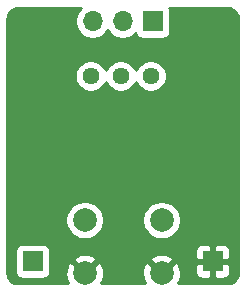
<source format=gbr>
%TF.GenerationSoftware,KiCad,Pcbnew,(5.1.10-1-10_14)*%
%TF.CreationDate,2021-09-09T23:45:50-04:00*%
%TF.ProjectId,breadboard-clock,62726561-6462-46f6-9172-642d636c6f63,rev?*%
%TF.SameCoordinates,Original*%
%TF.FileFunction,Copper,L2,Bot*%
%TF.FilePolarity,Positive*%
%FSLAX46Y46*%
G04 Gerber Fmt 4.6, Leading zero omitted, Abs format (unit mm)*
G04 Created by KiCad (PCBNEW (5.1.10-1-10_14)) date 2021-09-09 23:45:50*
%MOMM*%
%LPD*%
G01*
G04 APERTURE LIST*
%TA.AperFunction,ComponentPad*%
%ADD10C,2.000000*%
%TD*%
%TA.AperFunction,ComponentPad*%
%ADD11R,1.700000X1.700000*%
%TD*%
%TA.AperFunction,ComponentPad*%
%ADD12O,1.700000X1.700000*%
%TD*%
%TA.AperFunction,ComponentPad*%
%ADD13C,1.440000*%
%TD*%
%TA.AperFunction,ViaPad*%
%ADD14C,0.800000*%
%TD*%
%TA.AperFunction,Conductor*%
%ADD15C,0.254000*%
%TD*%
%TA.AperFunction,Conductor*%
%ADD16C,0.100000*%
%TD*%
G04 APERTURE END LIST*
D10*
%TO.P,SW1,1*%
%TO.N,GND*%
X207622000Y-98044000D03*
%TO.P,SW1,2*%
%TO.N,Net-(R1-Pad2)*%
X207622000Y-93544000D03*
%TO.P,SW1,1*%
%TO.N,GND*%
X214122000Y-98044000D03*
%TO.P,SW1,2*%
%TO.N,Net-(R1-Pad2)*%
X214122000Y-93544000D03*
%TD*%
D11*
%TO.P,J4,1*%
%TO.N,GND*%
X218440000Y-97028000D03*
%TD*%
%TO.P,J3,1*%
%TO.N,VCC*%
X203200000Y-97028000D03*
%TD*%
D12*
%TO.P,J2,3*%
%TO.N,Net-(J2-Pad3)*%
X208280000Y-76708000D03*
%TO.P,J2,2*%
%TO.N,CLOCK*%
X210820000Y-76708000D03*
D11*
%TO.P,J2,1*%
%TO.N,Net-(J2-Pad1)*%
X213360000Y-76708000D03*
%TD*%
D13*
%TO.P,RV2,3*%
%TO.N,Net-(RV2-Pad3)*%
X208130000Y-81350000D03*
%TO.P,RV2,2*%
%TO.N,VCC*%
X210670000Y-81350000D03*
%TO.P,RV2,1*%
%TO.N,Net-(C2-Pad1)*%
X213210000Y-81350000D03*
%TD*%
D14*
%TO.N,GND*%
X219620000Y-87620000D03*
X202820000Y-88510000D03*
%TD*%
D15*
%TO.N,GND*%
X207126525Y-75761368D02*
X206964010Y-76004589D01*
X206852068Y-76274842D01*
X206795000Y-76561740D01*
X206795000Y-76854260D01*
X206852068Y-77141158D01*
X206964010Y-77411411D01*
X207126525Y-77654632D01*
X207333368Y-77861475D01*
X207576589Y-78023990D01*
X207846842Y-78135932D01*
X208133740Y-78193000D01*
X208426260Y-78193000D01*
X208713158Y-78135932D01*
X208983411Y-78023990D01*
X209226632Y-77861475D01*
X209433475Y-77654632D01*
X209550000Y-77480240D01*
X209666525Y-77654632D01*
X209873368Y-77861475D01*
X210116589Y-78023990D01*
X210386842Y-78135932D01*
X210673740Y-78193000D01*
X210966260Y-78193000D01*
X211253158Y-78135932D01*
X211523411Y-78023990D01*
X211766632Y-77861475D01*
X211898487Y-77729620D01*
X211920498Y-77802180D01*
X211979463Y-77912494D01*
X212058815Y-78009185D01*
X212155506Y-78088537D01*
X212265820Y-78147502D01*
X212385518Y-78183812D01*
X212510000Y-78196072D01*
X214210000Y-78196072D01*
X214334482Y-78183812D01*
X214454180Y-78147502D01*
X214564494Y-78088537D01*
X214661185Y-78009185D01*
X214740537Y-77912494D01*
X214799502Y-77802180D01*
X214835812Y-77682482D01*
X214848072Y-77558000D01*
X214848072Y-75858000D01*
X214835812Y-75733518D01*
X214799502Y-75613820D01*
X214786770Y-75590000D01*
X219677723Y-75590000D01*
X219877200Y-75609559D01*
X220038041Y-75658120D01*
X220186378Y-75736992D01*
X220316574Y-75843176D01*
X220423664Y-75972626D01*
X220503572Y-76120414D01*
X220553252Y-76280902D01*
X220574001Y-76478316D01*
X220574000Y-98011723D01*
X220554441Y-98211204D01*
X220505881Y-98372040D01*
X220427008Y-98520378D01*
X220320822Y-98650575D01*
X220191372Y-98757665D01*
X220043586Y-98837572D01*
X219883094Y-98887253D01*
X219685695Y-98908000D01*
X215510892Y-98908000D01*
X215521814Y-98904044D01*
X215662704Y-98614429D01*
X215744384Y-98302892D01*
X215763718Y-97981405D01*
X215749538Y-97878000D01*
X216951928Y-97878000D01*
X216964188Y-98002482D01*
X217000498Y-98122180D01*
X217059463Y-98232494D01*
X217138815Y-98329185D01*
X217235506Y-98408537D01*
X217345820Y-98467502D01*
X217465518Y-98503812D01*
X217590000Y-98516072D01*
X218154250Y-98513000D01*
X218313000Y-98354250D01*
X218313000Y-97155000D01*
X218567000Y-97155000D01*
X218567000Y-98354250D01*
X218725750Y-98513000D01*
X219290000Y-98516072D01*
X219414482Y-98503812D01*
X219534180Y-98467502D01*
X219644494Y-98408537D01*
X219741185Y-98329185D01*
X219820537Y-98232494D01*
X219879502Y-98122180D01*
X219915812Y-98002482D01*
X219928072Y-97878000D01*
X219925000Y-97313750D01*
X219766250Y-97155000D01*
X218567000Y-97155000D01*
X218313000Y-97155000D01*
X217113750Y-97155000D01*
X216955000Y-97313750D01*
X216951928Y-97878000D01*
X215749538Y-97878000D01*
X215719961Y-97662325D01*
X215614795Y-97357912D01*
X215521814Y-97183956D01*
X215257413Y-97088192D01*
X214301605Y-98044000D01*
X214315748Y-98058143D01*
X214136143Y-98237748D01*
X214122000Y-98223605D01*
X214107858Y-98237748D01*
X213928253Y-98058143D01*
X213942395Y-98044000D01*
X212986587Y-97088192D01*
X212722186Y-97183956D01*
X212581296Y-97473571D01*
X212499616Y-97785108D01*
X212480282Y-98106595D01*
X212524039Y-98425675D01*
X212629205Y-98730088D01*
X212722186Y-98904044D01*
X212733108Y-98908000D01*
X209010892Y-98908000D01*
X209021814Y-98904044D01*
X209162704Y-98614429D01*
X209244384Y-98302892D01*
X209263718Y-97981405D01*
X209219961Y-97662325D01*
X209114795Y-97357912D01*
X209021814Y-97183956D01*
X208757413Y-97088192D01*
X207801605Y-98044000D01*
X207815748Y-98058143D01*
X207636143Y-98237748D01*
X207622000Y-98223605D01*
X207607858Y-98237748D01*
X207428253Y-98058143D01*
X207442395Y-98044000D01*
X206486587Y-97088192D01*
X206222186Y-97183956D01*
X206081296Y-97473571D01*
X205999616Y-97785108D01*
X205980282Y-98106595D01*
X206024039Y-98425675D01*
X206129205Y-98730088D01*
X206222186Y-98904044D01*
X206233108Y-98908000D01*
X201962277Y-98908000D01*
X201762796Y-98888441D01*
X201601960Y-98839881D01*
X201453622Y-98761008D01*
X201323425Y-98654822D01*
X201216335Y-98525372D01*
X201136428Y-98377586D01*
X201086747Y-98217094D01*
X201066000Y-98019695D01*
X201066000Y-96178000D01*
X201711928Y-96178000D01*
X201711928Y-97878000D01*
X201724188Y-98002482D01*
X201760498Y-98122180D01*
X201819463Y-98232494D01*
X201898815Y-98329185D01*
X201995506Y-98408537D01*
X202105820Y-98467502D01*
X202225518Y-98503812D01*
X202350000Y-98516072D01*
X204050000Y-98516072D01*
X204174482Y-98503812D01*
X204294180Y-98467502D01*
X204404494Y-98408537D01*
X204501185Y-98329185D01*
X204580537Y-98232494D01*
X204639502Y-98122180D01*
X204675812Y-98002482D01*
X204688072Y-97878000D01*
X204688072Y-96908587D01*
X206666192Y-96908587D01*
X207622000Y-97864395D01*
X208577808Y-96908587D01*
X213166192Y-96908587D01*
X214122000Y-97864395D01*
X215077808Y-96908587D01*
X214982044Y-96644186D01*
X214692429Y-96503296D01*
X214380892Y-96421616D01*
X214059405Y-96402282D01*
X213740325Y-96446039D01*
X213435912Y-96551205D01*
X213261956Y-96644186D01*
X213166192Y-96908587D01*
X208577808Y-96908587D01*
X208482044Y-96644186D01*
X208192429Y-96503296D01*
X207880892Y-96421616D01*
X207559405Y-96402282D01*
X207240325Y-96446039D01*
X206935912Y-96551205D01*
X206761956Y-96644186D01*
X206666192Y-96908587D01*
X204688072Y-96908587D01*
X204688072Y-96178000D01*
X216951928Y-96178000D01*
X216955000Y-96742250D01*
X217113750Y-96901000D01*
X218313000Y-96901000D01*
X218313000Y-95701750D01*
X218567000Y-95701750D01*
X218567000Y-96901000D01*
X219766250Y-96901000D01*
X219925000Y-96742250D01*
X219928072Y-96178000D01*
X219915812Y-96053518D01*
X219879502Y-95933820D01*
X219820537Y-95823506D01*
X219741185Y-95726815D01*
X219644494Y-95647463D01*
X219534180Y-95588498D01*
X219414482Y-95552188D01*
X219290000Y-95539928D01*
X218725750Y-95543000D01*
X218567000Y-95701750D01*
X218313000Y-95701750D01*
X218154250Y-95543000D01*
X217590000Y-95539928D01*
X217465518Y-95552188D01*
X217345820Y-95588498D01*
X217235506Y-95647463D01*
X217138815Y-95726815D01*
X217059463Y-95823506D01*
X217000498Y-95933820D01*
X216964188Y-96053518D01*
X216951928Y-96178000D01*
X204688072Y-96178000D01*
X204675812Y-96053518D01*
X204639502Y-95933820D01*
X204580537Y-95823506D01*
X204501185Y-95726815D01*
X204404494Y-95647463D01*
X204294180Y-95588498D01*
X204174482Y-95552188D01*
X204050000Y-95539928D01*
X202350000Y-95539928D01*
X202225518Y-95552188D01*
X202105820Y-95588498D01*
X201995506Y-95647463D01*
X201898815Y-95726815D01*
X201819463Y-95823506D01*
X201760498Y-95933820D01*
X201724188Y-96053518D01*
X201711928Y-96178000D01*
X201066000Y-96178000D01*
X201066000Y-93382967D01*
X205987000Y-93382967D01*
X205987000Y-93705033D01*
X206049832Y-94020912D01*
X206173082Y-94318463D01*
X206352013Y-94586252D01*
X206579748Y-94813987D01*
X206847537Y-94992918D01*
X207145088Y-95116168D01*
X207460967Y-95179000D01*
X207783033Y-95179000D01*
X208098912Y-95116168D01*
X208396463Y-94992918D01*
X208664252Y-94813987D01*
X208891987Y-94586252D01*
X209070918Y-94318463D01*
X209194168Y-94020912D01*
X209257000Y-93705033D01*
X209257000Y-93382967D01*
X212487000Y-93382967D01*
X212487000Y-93705033D01*
X212549832Y-94020912D01*
X212673082Y-94318463D01*
X212852013Y-94586252D01*
X213079748Y-94813987D01*
X213347537Y-94992918D01*
X213645088Y-95116168D01*
X213960967Y-95179000D01*
X214283033Y-95179000D01*
X214598912Y-95116168D01*
X214896463Y-94992918D01*
X215164252Y-94813987D01*
X215391987Y-94586252D01*
X215570918Y-94318463D01*
X215694168Y-94020912D01*
X215757000Y-93705033D01*
X215757000Y-93382967D01*
X215694168Y-93067088D01*
X215570918Y-92769537D01*
X215391987Y-92501748D01*
X215164252Y-92274013D01*
X214896463Y-92095082D01*
X214598912Y-91971832D01*
X214283033Y-91909000D01*
X213960967Y-91909000D01*
X213645088Y-91971832D01*
X213347537Y-92095082D01*
X213079748Y-92274013D01*
X212852013Y-92501748D01*
X212673082Y-92769537D01*
X212549832Y-93067088D01*
X212487000Y-93382967D01*
X209257000Y-93382967D01*
X209194168Y-93067088D01*
X209070918Y-92769537D01*
X208891987Y-92501748D01*
X208664252Y-92274013D01*
X208396463Y-92095082D01*
X208098912Y-91971832D01*
X207783033Y-91909000D01*
X207460967Y-91909000D01*
X207145088Y-91971832D01*
X206847537Y-92095082D01*
X206579748Y-92274013D01*
X206352013Y-92501748D01*
X206173082Y-92769537D01*
X206049832Y-93067088D01*
X205987000Y-93382967D01*
X201066000Y-93382967D01*
X201066000Y-81216544D01*
X206775000Y-81216544D01*
X206775000Y-81483456D01*
X206827072Y-81745239D01*
X206929215Y-81991833D01*
X207077503Y-82213762D01*
X207266238Y-82402497D01*
X207488167Y-82550785D01*
X207734761Y-82652928D01*
X207996544Y-82705000D01*
X208263456Y-82705000D01*
X208525239Y-82652928D01*
X208771833Y-82550785D01*
X208993762Y-82402497D01*
X209182497Y-82213762D01*
X209330785Y-81991833D01*
X209400000Y-81824734D01*
X209469215Y-81991833D01*
X209617503Y-82213762D01*
X209806238Y-82402497D01*
X210028167Y-82550785D01*
X210274761Y-82652928D01*
X210536544Y-82705000D01*
X210803456Y-82705000D01*
X211065239Y-82652928D01*
X211311833Y-82550785D01*
X211533762Y-82402497D01*
X211722497Y-82213762D01*
X211870785Y-81991833D01*
X211940000Y-81824734D01*
X212009215Y-81991833D01*
X212157503Y-82213762D01*
X212346238Y-82402497D01*
X212568167Y-82550785D01*
X212814761Y-82652928D01*
X213076544Y-82705000D01*
X213343456Y-82705000D01*
X213605239Y-82652928D01*
X213851833Y-82550785D01*
X214073762Y-82402497D01*
X214262497Y-82213762D01*
X214410785Y-81991833D01*
X214512928Y-81745239D01*
X214565000Y-81483456D01*
X214565000Y-81216544D01*
X214512928Y-80954761D01*
X214410785Y-80708167D01*
X214262497Y-80486238D01*
X214073762Y-80297503D01*
X213851833Y-80149215D01*
X213605239Y-80047072D01*
X213343456Y-79995000D01*
X213076544Y-79995000D01*
X212814761Y-80047072D01*
X212568167Y-80149215D01*
X212346238Y-80297503D01*
X212157503Y-80486238D01*
X212009215Y-80708167D01*
X211940000Y-80875266D01*
X211870785Y-80708167D01*
X211722497Y-80486238D01*
X211533762Y-80297503D01*
X211311833Y-80149215D01*
X211065239Y-80047072D01*
X210803456Y-79995000D01*
X210536544Y-79995000D01*
X210274761Y-80047072D01*
X210028167Y-80149215D01*
X209806238Y-80297503D01*
X209617503Y-80486238D01*
X209469215Y-80708167D01*
X209400000Y-80875266D01*
X209330785Y-80708167D01*
X209182497Y-80486238D01*
X208993762Y-80297503D01*
X208771833Y-80149215D01*
X208525239Y-80047072D01*
X208263456Y-79995000D01*
X207996544Y-79995000D01*
X207734761Y-80047072D01*
X207488167Y-80149215D01*
X207266238Y-80297503D01*
X207077503Y-80486238D01*
X206929215Y-80708167D01*
X206827072Y-80954761D01*
X206775000Y-81216544D01*
X201066000Y-81216544D01*
X201066000Y-76486277D01*
X201085559Y-76286800D01*
X201134120Y-76125959D01*
X201212992Y-75977622D01*
X201319176Y-75847426D01*
X201448626Y-75740336D01*
X201596414Y-75660428D01*
X201756902Y-75610748D01*
X201954306Y-75590000D01*
X207297893Y-75590000D01*
X207126525Y-75761368D01*
%TA.AperFunction,Conductor*%
D16*
G36*
X207126525Y-75761368D02*
G01*
X206964010Y-76004589D01*
X206852068Y-76274842D01*
X206795000Y-76561740D01*
X206795000Y-76854260D01*
X206852068Y-77141158D01*
X206964010Y-77411411D01*
X207126525Y-77654632D01*
X207333368Y-77861475D01*
X207576589Y-78023990D01*
X207846842Y-78135932D01*
X208133740Y-78193000D01*
X208426260Y-78193000D01*
X208713158Y-78135932D01*
X208983411Y-78023990D01*
X209226632Y-77861475D01*
X209433475Y-77654632D01*
X209550000Y-77480240D01*
X209666525Y-77654632D01*
X209873368Y-77861475D01*
X210116589Y-78023990D01*
X210386842Y-78135932D01*
X210673740Y-78193000D01*
X210966260Y-78193000D01*
X211253158Y-78135932D01*
X211523411Y-78023990D01*
X211766632Y-77861475D01*
X211898487Y-77729620D01*
X211920498Y-77802180D01*
X211979463Y-77912494D01*
X212058815Y-78009185D01*
X212155506Y-78088537D01*
X212265820Y-78147502D01*
X212385518Y-78183812D01*
X212510000Y-78196072D01*
X214210000Y-78196072D01*
X214334482Y-78183812D01*
X214454180Y-78147502D01*
X214564494Y-78088537D01*
X214661185Y-78009185D01*
X214740537Y-77912494D01*
X214799502Y-77802180D01*
X214835812Y-77682482D01*
X214848072Y-77558000D01*
X214848072Y-75858000D01*
X214835812Y-75733518D01*
X214799502Y-75613820D01*
X214786770Y-75590000D01*
X219677723Y-75590000D01*
X219877200Y-75609559D01*
X220038041Y-75658120D01*
X220186378Y-75736992D01*
X220316574Y-75843176D01*
X220423664Y-75972626D01*
X220503572Y-76120414D01*
X220553252Y-76280902D01*
X220574001Y-76478316D01*
X220574000Y-98011723D01*
X220554441Y-98211204D01*
X220505881Y-98372040D01*
X220427008Y-98520378D01*
X220320822Y-98650575D01*
X220191372Y-98757665D01*
X220043586Y-98837572D01*
X219883094Y-98887253D01*
X219685695Y-98908000D01*
X215510892Y-98908000D01*
X215521814Y-98904044D01*
X215662704Y-98614429D01*
X215744384Y-98302892D01*
X215763718Y-97981405D01*
X215749538Y-97878000D01*
X216951928Y-97878000D01*
X216964188Y-98002482D01*
X217000498Y-98122180D01*
X217059463Y-98232494D01*
X217138815Y-98329185D01*
X217235506Y-98408537D01*
X217345820Y-98467502D01*
X217465518Y-98503812D01*
X217590000Y-98516072D01*
X218154250Y-98513000D01*
X218313000Y-98354250D01*
X218313000Y-97155000D01*
X218567000Y-97155000D01*
X218567000Y-98354250D01*
X218725750Y-98513000D01*
X219290000Y-98516072D01*
X219414482Y-98503812D01*
X219534180Y-98467502D01*
X219644494Y-98408537D01*
X219741185Y-98329185D01*
X219820537Y-98232494D01*
X219879502Y-98122180D01*
X219915812Y-98002482D01*
X219928072Y-97878000D01*
X219925000Y-97313750D01*
X219766250Y-97155000D01*
X218567000Y-97155000D01*
X218313000Y-97155000D01*
X217113750Y-97155000D01*
X216955000Y-97313750D01*
X216951928Y-97878000D01*
X215749538Y-97878000D01*
X215719961Y-97662325D01*
X215614795Y-97357912D01*
X215521814Y-97183956D01*
X215257413Y-97088192D01*
X214301605Y-98044000D01*
X214315748Y-98058143D01*
X214136143Y-98237748D01*
X214122000Y-98223605D01*
X214107858Y-98237748D01*
X213928253Y-98058143D01*
X213942395Y-98044000D01*
X212986587Y-97088192D01*
X212722186Y-97183956D01*
X212581296Y-97473571D01*
X212499616Y-97785108D01*
X212480282Y-98106595D01*
X212524039Y-98425675D01*
X212629205Y-98730088D01*
X212722186Y-98904044D01*
X212733108Y-98908000D01*
X209010892Y-98908000D01*
X209021814Y-98904044D01*
X209162704Y-98614429D01*
X209244384Y-98302892D01*
X209263718Y-97981405D01*
X209219961Y-97662325D01*
X209114795Y-97357912D01*
X209021814Y-97183956D01*
X208757413Y-97088192D01*
X207801605Y-98044000D01*
X207815748Y-98058143D01*
X207636143Y-98237748D01*
X207622000Y-98223605D01*
X207607858Y-98237748D01*
X207428253Y-98058143D01*
X207442395Y-98044000D01*
X206486587Y-97088192D01*
X206222186Y-97183956D01*
X206081296Y-97473571D01*
X205999616Y-97785108D01*
X205980282Y-98106595D01*
X206024039Y-98425675D01*
X206129205Y-98730088D01*
X206222186Y-98904044D01*
X206233108Y-98908000D01*
X201962277Y-98908000D01*
X201762796Y-98888441D01*
X201601960Y-98839881D01*
X201453622Y-98761008D01*
X201323425Y-98654822D01*
X201216335Y-98525372D01*
X201136428Y-98377586D01*
X201086747Y-98217094D01*
X201066000Y-98019695D01*
X201066000Y-96178000D01*
X201711928Y-96178000D01*
X201711928Y-97878000D01*
X201724188Y-98002482D01*
X201760498Y-98122180D01*
X201819463Y-98232494D01*
X201898815Y-98329185D01*
X201995506Y-98408537D01*
X202105820Y-98467502D01*
X202225518Y-98503812D01*
X202350000Y-98516072D01*
X204050000Y-98516072D01*
X204174482Y-98503812D01*
X204294180Y-98467502D01*
X204404494Y-98408537D01*
X204501185Y-98329185D01*
X204580537Y-98232494D01*
X204639502Y-98122180D01*
X204675812Y-98002482D01*
X204688072Y-97878000D01*
X204688072Y-96908587D01*
X206666192Y-96908587D01*
X207622000Y-97864395D01*
X208577808Y-96908587D01*
X213166192Y-96908587D01*
X214122000Y-97864395D01*
X215077808Y-96908587D01*
X214982044Y-96644186D01*
X214692429Y-96503296D01*
X214380892Y-96421616D01*
X214059405Y-96402282D01*
X213740325Y-96446039D01*
X213435912Y-96551205D01*
X213261956Y-96644186D01*
X213166192Y-96908587D01*
X208577808Y-96908587D01*
X208482044Y-96644186D01*
X208192429Y-96503296D01*
X207880892Y-96421616D01*
X207559405Y-96402282D01*
X207240325Y-96446039D01*
X206935912Y-96551205D01*
X206761956Y-96644186D01*
X206666192Y-96908587D01*
X204688072Y-96908587D01*
X204688072Y-96178000D01*
X216951928Y-96178000D01*
X216955000Y-96742250D01*
X217113750Y-96901000D01*
X218313000Y-96901000D01*
X218313000Y-95701750D01*
X218567000Y-95701750D01*
X218567000Y-96901000D01*
X219766250Y-96901000D01*
X219925000Y-96742250D01*
X219928072Y-96178000D01*
X219915812Y-96053518D01*
X219879502Y-95933820D01*
X219820537Y-95823506D01*
X219741185Y-95726815D01*
X219644494Y-95647463D01*
X219534180Y-95588498D01*
X219414482Y-95552188D01*
X219290000Y-95539928D01*
X218725750Y-95543000D01*
X218567000Y-95701750D01*
X218313000Y-95701750D01*
X218154250Y-95543000D01*
X217590000Y-95539928D01*
X217465518Y-95552188D01*
X217345820Y-95588498D01*
X217235506Y-95647463D01*
X217138815Y-95726815D01*
X217059463Y-95823506D01*
X217000498Y-95933820D01*
X216964188Y-96053518D01*
X216951928Y-96178000D01*
X204688072Y-96178000D01*
X204675812Y-96053518D01*
X204639502Y-95933820D01*
X204580537Y-95823506D01*
X204501185Y-95726815D01*
X204404494Y-95647463D01*
X204294180Y-95588498D01*
X204174482Y-95552188D01*
X204050000Y-95539928D01*
X202350000Y-95539928D01*
X202225518Y-95552188D01*
X202105820Y-95588498D01*
X201995506Y-95647463D01*
X201898815Y-95726815D01*
X201819463Y-95823506D01*
X201760498Y-95933820D01*
X201724188Y-96053518D01*
X201711928Y-96178000D01*
X201066000Y-96178000D01*
X201066000Y-93382967D01*
X205987000Y-93382967D01*
X205987000Y-93705033D01*
X206049832Y-94020912D01*
X206173082Y-94318463D01*
X206352013Y-94586252D01*
X206579748Y-94813987D01*
X206847537Y-94992918D01*
X207145088Y-95116168D01*
X207460967Y-95179000D01*
X207783033Y-95179000D01*
X208098912Y-95116168D01*
X208396463Y-94992918D01*
X208664252Y-94813987D01*
X208891987Y-94586252D01*
X209070918Y-94318463D01*
X209194168Y-94020912D01*
X209257000Y-93705033D01*
X209257000Y-93382967D01*
X212487000Y-93382967D01*
X212487000Y-93705033D01*
X212549832Y-94020912D01*
X212673082Y-94318463D01*
X212852013Y-94586252D01*
X213079748Y-94813987D01*
X213347537Y-94992918D01*
X213645088Y-95116168D01*
X213960967Y-95179000D01*
X214283033Y-95179000D01*
X214598912Y-95116168D01*
X214896463Y-94992918D01*
X215164252Y-94813987D01*
X215391987Y-94586252D01*
X215570918Y-94318463D01*
X215694168Y-94020912D01*
X215757000Y-93705033D01*
X215757000Y-93382967D01*
X215694168Y-93067088D01*
X215570918Y-92769537D01*
X215391987Y-92501748D01*
X215164252Y-92274013D01*
X214896463Y-92095082D01*
X214598912Y-91971832D01*
X214283033Y-91909000D01*
X213960967Y-91909000D01*
X213645088Y-91971832D01*
X213347537Y-92095082D01*
X213079748Y-92274013D01*
X212852013Y-92501748D01*
X212673082Y-92769537D01*
X212549832Y-93067088D01*
X212487000Y-93382967D01*
X209257000Y-93382967D01*
X209194168Y-93067088D01*
X209070918Y-92769537D01*
X208891987Y-92501748D01*
X208664252Y-92274013D01*
X208396463Y-92095082D01*
X208098912Y-91971832D01*
X207783033Y-91909000D01*
X207460967Y-91909000D01*
X207145088Y-91971832D01*
X206847537Y-92095082D01*
X206579748Y-92274013D01*
X206352013Y-92501748D01*
X206173082Y-92769537D01*
X206049832Y-93067088D01*
X205987000Y-93382967D01*
X201066000Y-93382967D01*
X201066000Y-81216544D01*
X206775000Y-81216544D01*
X206775000Y-81483456D01*
X206827072Y-81745239D01*
X206929215Y-81991833D01*
X207077503Y-82213762D01*
X207266238Y-82402497D01*
X207488167Y-82550785D01*
X207734761Y-82652928D01*
X207996544Y-82705000D01*
X208263456Y-82705000D01*
X208525239Y-82652928D01*
X208771833Y-82550785D01*
X208993762Y-82402497D01*
X209182497Y-82213762D01*
X209330785Y-81991833D01*
X209400000Y-81824734D01*
X209469215Y-81991833D01*
X209617503Y-82213762D01*
X209806238Y-82402497D01*
X210028167Y-82550785D01*
X210274761Y-82652928D01*
X210536544Y-82705000D01*
X210803456Y-82705000D01*
X211065239Y-82652928D01*
X211311833Y-82550785D01*
X211533762Y-82402497D01*
X211722497Y-82213762D01*
X211870785Y-81991833D01*
X211940000Y-81824734D01*
X212009215Y-81991833D01*
X212157503Y-82213762D01*
X212346238Y-82402497D01*
X212568167Y-82550785D01*
X212814761Y-82652928D01*
X213076544Y-82705000D01*
X213343456Y-82705000D01*
X213605239Y-82652928D01*
X213851833Y-82550785D01*
X214073762Y-82402497D01*
X214262497Y-82213762D01*
X214410785Y-81991833D01*
X214512928Y-81745239D01*
X214565000Y-81483456D01*
X214565000Y-81216544D01*
X214512928Y-80954761D01*
X214410785Y-80708167D01*
X214262497Y-80486238D01*
X214073762Y-80297503D01*
X213851833Y-80149215D01*
X213605239Y-80047072D01*
X213343456Y-79995000D01*
X213076544Y-79995000D01*
X212814761Y-80047072D01*
X212568167Y-80149215D01*
X212346238Y-80297503D01*
X212157503Y-80486238D01*
X212009215Y-80708167D01*
X211940000Y-80875266D01*
X211870785Y-80708167D01*
X211722497Y-80486238D01*
X211533762Y-80297503D01*
X211311833Y-80149215D01*
X211065239Y-80047072D01*
X210803456Y-79995000D01*
X210536544Y-79995000D01*
X210274761Y-80047072D01*
X210028167Y-80149215D01*
X209806238Y-80297503D01*
X209617503Y-80486238D01*
X209469215Y-80708167D01*
X209400000Y-80875266D01*
X209330785Y-80708167D01*
X209182497Y-80486238D01*
X208993762Y-80297503D01*
X208771833Y-80149215D01*
X208525239Y-80047072D01*
X208263456Y-79995000D01*
X207996544Y-79995000D01*
X207734761Y-80047072D01*
X207488167Y-80149215D01*
X207266238Y-80297503D01*
X207077503Y-80486238D01*
X206929215Y-80708167D01*
X206827072Y-80954761D01*
X206775000Y-81216544D01*
X201066000Y-81216544D01*
X201066000Y-76486277D01*
X201085559Y-76286800D01*
X201134120Y-76125959D01*
X201212992Y-75977622D01*
X201319176Y-75847426D01*
X201448626Y-75740336D01*
X201596414Y-75660428D01*
X201756902Y-75610748D01*
X201954306Y-75590000D01*
X207297893Y-75590000D01*
X207126525Y-75761368D01*
G37*
%TD.AperFunction*%
%TD*%
M02*

</source>
